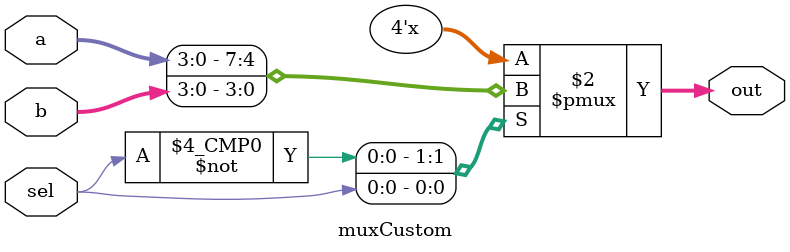
<source format=sv>
module muxCustom(input[3:0] a,b,input sel, output logic [3:0] out);

	always_comb begin
		case(sel)
			1'b0:out=a;
			1'b1:out=b;
			default:out=a;
		endcase
	end

endmodule 
</source>
